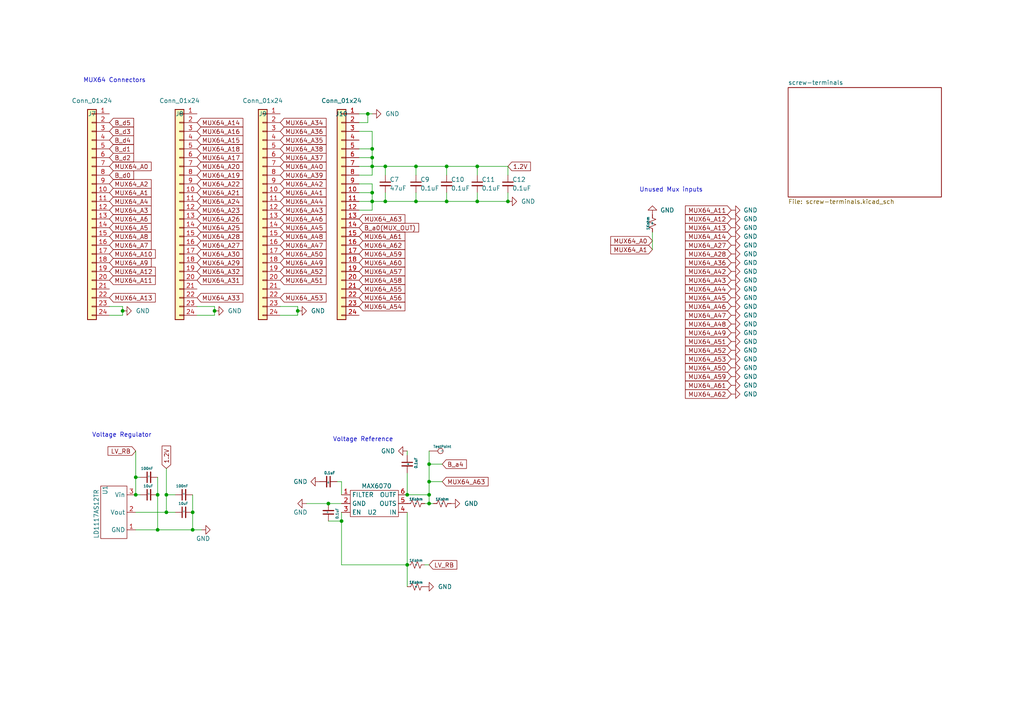
<source format=kicad_sch>
(kicad_sch (version 20211123) (generator eeschema)
  (paper "A4")
  (lib_symbols
    (symbol "Connector:TestPoint" (pin_numbers hide) (pin_names (offset 0.762) hide)
      (property "Reference" "TP" (at 0 6.858 0))
      (property "Value" "TestPoint" (at 0 5.08 0))
      (symbol "TestPoint_0_1"
        (circle (center 0 3.302) (radius 0.762))
      )
      (symbol "TestPoint_1_1"
        (pin passive line (at 0 0 90) (length 2.54) (name "1") (number "1"))
      )
    )
    (symbol "Connector_Generic:Conn_01x24" (pin_names (offset 1.016) hide)
      (property "Reference" "J" (at 0 30.48 0))
      (property "Value" "Conn_01x24" (at 0 -33.02 0))
      (symbol "Conn_01x24_1_1"
        (rectangle (start -1.27 -30.353) (end 0 -30.607) (stroke (width 0.1524)))
        (rectangle (start -1.27 -27.813) (end 0 -28.067) (stroke (width 0.1524)))
        (rectangle (start -1.27 -25.273) (end 0 -25.527) (stroke (width 0.1524)))
        (rectangle (start -1.27 -22.733) (end 0 -22.987) (stroke (width 0.1524)))
        (rectangle (start -1.27 -20.193) (end 0 -20.447) (stroke (width 0.1524)))
        (rectangle (start -1.27 -17.653) (end 0 -17.907) (stroke (width 0.1524)))
        (rectangle (start -1.27 -15.113) (end 0 -15.367) (stroke (width 0.1524)))
        (rectangle (start -1.27 -12.573) (end 0 -12.827) (stroke (width 0.1524)))
        (rectangle (start -1.27 -10.033) (end 0 -10.287) (stroke (width 0.1524)))
        (rectangle (start -1.27 -7.493) (end 0 -7.747) (stroke (width 0.1524)))
        (rectangle (start -1.27 -4.953) (end 0 -5.207) (stroke (width 0.1524)))
        (rectangle (start -1.27 -2.413) (end 0 -2.667) (stroke (width 0.1524)))
        (rectangle (start -1.27 0.127) (end 0 -0.127) (stroke (width 0.1524)))
        (rectangle (start -1.27 2.667) (end 0 2.413) (stroke (width 0.1524)))
        (rectangle (start -1.27 5.207) (end 0 4.953) (stroke (width 0.1524)))
        (rectangle (start -1.27 7.747) (end 0 7.493) (stroke (width 0.1524)))
        (rectangle (start -1.27 10.287) (end 0 10.033) (stroke (width 0.1524)))
        (rectangle (start -1.27 12.827) (end 0 12.573) (stroke (width 0.1524)))
        (rectangle (start -1.27 15.367) (end 0 15.113) (stroke (width 0.1524)))
        (rectangle (start -1.27 17.907) (end 0 17.653) (stroke (width 0.1524)))
        (rectangle (start -1.27 20.447) (end 0 20.193) (stroke (width 0.1524)))
        (rectangle (start -1.27 22.987) (end 0 22.733) (stroke (width 0.1524)))
        (rectangle (start -1.27 25.527) (end 0 25.273) (stroke (width 0.1524)))
        (rectangle (start -1.27 28.067) (end 0 27.813) (stroke (width 0.1524)))
        (rectangle (start -1.27 29.21) (end 1.27 -31.75) (stroke (width 0.254)) (fill (type background)))
        (pin passive line (at -5.08 27.94 0) (length 3.81) (name "Pin_1") (number "1"))
        (pin passive line (at -5.08 5.08 0) (length 3.81) (name "Pin_10") (number "10"))
        (pin passive line (at -5.08 2.54 0) (length 3.81) (name "Pin_11") (number "11"))
        (pin passive line (at -5.08 0 0) (length 3.81) (name "Pin_12") (number "12"))
        (pin passive line (at -5.08 -2.54 0) (length 3.81) (name "Pin_13") (number "13"))
        (pin passive line (at -5.08 -5.08 0) (length 3.81) (name "Pin_14") (number "14"))
        (pin passive line (at -5.08 -7.62 0) (length 3.81) (name "Pin_15") (number "15"))
        (pin passive line (at -5.08 -10.16 0) (length 3.81) (name "Pin_16") (number "16"))
        (pin passive line (at -5.08 -12.7 0) (length 3.81) (name "Pin_17") (number "17"))
        (pin passive line (at -5.08 -15.24 0) (length 3.81) (name "Pin_18") (number "18"))
        (pin passive line (at -5.08 -17.78 0) (length 3.81) (name "Pin_19") (number "19"))
        (pin passive line (at -5.08 25.4 0) (length 3.81) (name "Pin_2") (number "2"))
        (pin passive line (at -5.08 -20.32 0) (length 3.81) (name "Pin_20") (number "20"))
        (pin passive line (at -5.08 -22.86 0) (length 3.81) (name "Pin_21") (number "21"))
        (pin passive line (at -5.08 -25.4 0) (length 3.81) (name "Pin_22") (number "22"))
        (pin passive line (at -5.08 -27.94 0) (length 3.81) (name "Pin_23") (number "23"))
        (pin passive line (at -5.08 -30.48 0) (length 3.81) (name "Pin_24") (number "24"))
        (pin passive line (at -5.08 22.86 0) (length 3.81) (name "Pin_3") (number "3"))
        (pin passive line (at -5.08 20.32 0) (length 3.81) (name "Pin_4") (number "4"))
        (pin passive line (at -5.08 17.78 0) (length 3.81) (name "Pin_5") (number "5"))
        (pin passive line (at -5.08 15.24 0) (length 3.81) (name "Pin_6") (number "6"))
        (pin passive line (at -5.08 12.7 0) (length 3.81) (name "Pin_7") (number "7"))
        (pin passive line (at -5.08 10.16 0) (length 3.81) (name "Pin_8") (number "8"))
        (pin passive line (at -5.08 7.62 0) (length 3.81) (name "Pin_9") (number "9"))
      )
    )
    (symbol "Device:C_Small" (pin_numbers hide) (pin_names (offset 0.254) hide)
      (property "Reference" "C" (at 0.254 1.778 0))
      (property "Value" "C_Small" (at 0.254 -2.032 0))
      (symbol "C_Small_0_1"
        (polyline (pts (xy -1.524 -0.508) (xy 1.524 -0.508)) (stroke (width 0.3302)))
        (polyline (pts (xy -1.524 0.508) (xy 1.524 0.508)) (stroke (width 0.3048)))
      )
      (symbol "C_Small_1_1"
        (pin passive line (at 0 2.54 270) (length 2.032) (name "~") (number "1"))
        (pin passive line (at 0 -2.54 90) (length 2.032) (name "~") (number "2"))
      )
    )
    (symbol "Device:R_Small_US" (pin_numbers hide) (pin_names (offset 0.254) hide)
      (property "Reference" "R" (at 0.762 0.508 0))
      (property "Value" "R_Small_US" (at 0.762 -1.016 0))
      (symbol "R_Small_US_1_1"
        (polyline (pts (xy 0 0) (xy 1.016 -0.381) (xy 0 -0.762) (xy -1.016 -1.143) (xy 0 -1.524)))
        (polyline (pts (xy 0 1.524) (xy 1.016 1.143) (xy 0 0.762) (xy -1.016 0.381) (xy 0 0)))
        (pin passive line (at 0 2.54 270) (length 1.016) (name "~") (number "1"))
        (pin passive line (at 0 -2.54 90) (length 1.016) (name "~") (number "2"))
      )
    )
    (symbol "Reference_Voltage:MAX6070"
      (property "Reference" "U" (at 0 -5.08 0))
      (property "Value" "MAX6070" (at 0 5.08 0))
      (symbol "MAX6070_0_1"
        (rectangle (start -7.62 3.81) (end 6.35 -3.81))
      )
      (symbol "MAX6070_1_1"
        (pin input line (at -10.16 2.54 0) (length 2.54) (name "FILTER") (number "1"))
        (pin input line (at -10.16 0 0) (length 2.54) (name "GND") (number "2"))
        (pin input line (at -10.16 -2.54 0) (length 2.54) (name "EN") (number "3"))
        (pin input line (at 8.89 -2.54 180) (length 2.54) (name "IN") (number "4"))
        (pin input line (at 8.89 0 180) (length 2.54) (name "OUTS") (number "5"))
        (pin input line (at 8.89 2.54 180) (length 2.54) (name "OUTF") (number "6"))
      )
    )
    (symbol "Regulator_Linear:LD1117AS12TR"
      (property "Reference" "U" (at 6.35 -5.08 0))
      (property "Value" "LD1117AS12TR" (at 0 5.08 0))
      (symbol "LD1117AS12TR_0_1"
        (rectangle (start -7.62 3.81) (end 7.62 -3.81))
      )
      (symbol "LD1117AS12TR_1_1"
        (pin input line (at -5.08 -6.35 90) (length 2.54) (name "GND") (number "1"))
        (pin input line (at 0 -6.35 90) (length 2.54) (name "Vout") (number "2"))
        (pin input line (at 5.08 -6.35 90) (length 2.54) (name "Vin") (number "3"))
      )
    )
    (symbol "power:GND" (power) (pin_names (offset 0))
      (property "Value" "GND" (at 0 -3.81 0))
      (symbol "GND_0_1"
        (polyline (pts (xy 0 0) (xy 0 -1.27) (xy 1.27 -1.27) (xy 0 -2.54) (xy -1.27 -1.27) (xy 0 -1.27)))
      )
      (symbol "GND_1_1"
        (pin power_in line (at 0 0 270) (length 0) hide (name "GND") (number "1"))
      )
    )
  )
  (junction (at 48.26 143.51))
  (junction (at 107.95 48.26))
  (junction (at 118.11 143.51))
  (junction (at 111.76 48.26))
  (junction (at 55.88 153.67))
  (junction (at 45.72 153.67))
  (junction (at 39.37 138.43))
  (junction (at 124.46 146.05))
  (junction (at 55.88 148.59))
  (junction (at 39.37 143.51))
  (junction (at 147.32 58.42))
  (junction (at 111.76 58.42))
  (junction (at 86.36 90.17))
  (junction (at 107.95 45.72))
  (junction (at 99.06 151.13))
  (junction (at 120.65 58.42))
  (junction (at 107.95 58.42))
  (junction (at 124.46 139.7))
  (junction (at 45.72 143.51))
  (junction (at 107.95 55.88))
  (junction (at 138.43 58.42))
  (junction (at 138.43 48.26))
  (junction (at 129.54 58.42))
  (junction (at 62.23 90.17))
  (junction (at 124.46 143.51))
  (junction (at 106.68 33.02))
  (junction (at 35.56 90.17))
  (junction (at 95.25 146.05))
  (junction (at 107.95 43.18))
  (junction (at 120.65 48.26))
  (junction (at 48.26 148.59))
  (junction (at 124.46 134.62))
  (junction (at 129.54 48.26))
  (junction (at 118.11 163.83))
  (wire (pts (xy 129.54 55.88) (xy 129.54 58.42)))
  (wire (pts (xy 104.14 58.42) (xy 107.95 58.42)))
  (wire (pts (xy 111.76 55.88) (xy 111.76 58.42)))
  (wire (pts (xy 48.26 148.59) (xy 50.8 148.59)))
  (wire (pts (xy 39.37 148.59) (xy 48.26 148.59)))
  (wire (pts (xy 48.26 143.51) (xy 50.8 143.51)))
  (wire (pts (xy 104.14 33.02) (xy 106.68 33.02)))
  (wire (pts (xy 45.72 153.67) (xy 45.72 143.51)))
  (wire (pts (xy 39.37 138.43) (xy 40.64 138.43)))
  (wire (pts (xy 104.14 55.88) (xy 107.95 55.88)))
  (wire (pts (xy 31.75 91.44) (xy 35.56 91.44)))
  (wire (pts (xy 147.32 58.42) (xy 138.43 58.42)))
  (wire (pts (xy 35.56 88.9) (xy 35.56 90.17)))
  (wire (pts (xy 81.28 88.9) (xy 86.36 88.9)))
  (wire (pts (xy 129.54 48.26) (xy 138.43 48.26)))
  (wire (pts (xy 107.95 58.42) (xy 107.95 60.96)))
  (wire (pts (xy 118.11 130.81) (xy 118.11 132.08)))
  (wire (pts (xy 120.65 48.26) (xy 129.54 48.26)))
  (wire (pts (xy 124.46 130.81) (xy 124.46 134.62)))
  (wire (pts (xy 106.68 35.56) (xy 106.68 33.02)))
  (wire (pts (xy 40.64 143.51) (xy 39.37 143.51)))
  (wire (pts (xy 35.56 91.44) (xy 35.56 90.17)))
  (wire (pts (xy 99.06 139.7) (xy 97.79 139.7)))
  (wire (pts (xy 189.23 67.31) (xy 189.23 72.39)))
  (wire (pts (xy 48.26 135.89) (xy 48.26 143.51)))
  (wire (pts (xy 124.46 146.05) (xy 125.73 146.05)))
  (wire (pts (xy 106.68 33.02) (xy 107.95 33.02)))
  (wire (pts (xy 124.46 143.51) (xy 124.46 146.05)))
  (wire (pts (xy 55.88 143.51) (xy 55.88 148.59)))
  (wire (pts (xy 99.06 143.51) (xy 99.06 139.7)))
  (wire (pts (xy 120.65 48.26) (xy 120.65 50.8)))
  (wire (pts (xy 104.14 50.8) (xy 107.95 50.8)))
  (wire (pts (xy 129.54 58.42) (xy 120.65 58.42)))
  (wire (pts (xy 95.25 146.05) (xy 99.06 146.05)))
  (wire (pts (xy 124.46 139.7) (xy 128.27 139.7)))
  (wire (pts (xy 48.26 143.51) (xy 48.26 148.59)))
  (wire (pts (xy 99.06 163.83) (xy 118.11 163.83)))
  (wire (pts (xy 120.65 55.88) (xy 120.65 58.42)))
  (wire (pts (xy 39.37 138.43) (xy 39.37 143.51)))
  (wire (pts (xy 104.14 38.1) (xy 107.95 38.1)))
  (wire (pts (xy 118.11 137.16) (xy 118.11 143.51)))
  (wire (pts (xy 138.43 48.26) (xy 138.43 50.8)))
  (wire (pts (xy 81.28 91.44) (xy 86.36 91.44)))
  (wire (pts (xy 58.42 153.67) (xy 55.88 153.67)))
  (wire (pts (xy 55.88 153.67) (xy 55.88 148.59)))
  (wire (pts (xy 31.75 88.9) (xy 35.56 88.9)))
  (wire (pts (xy 86.36 91.44) (xy 86.36 90.17)))
  (wire (pts (xy 111.76 58.42) (xy 107.95 58.42)))
  (wire (pts (xy 99.06 163.83) (xy 99.06 151.13)))
  (wire (pts (xy 124.46 139.7) (xy 124.46 143.51)))
  (wire (pts (xy 138.43 55.88) (xy 138.43 58.42)))
  (wire (pts (xy 95.25 151.13) (xy 99.06 151.13)))
  (wire (pts (xy 107.95 45.72) (xy 107.95 48.26)))
  (wire (pts (xy 99.06 148.59) (xy 99.06 151.13)))
  (wire (pts (xy 107.95 48.26) (xy 107.95 50.8)))
  (wire (pts (xy 107.95 55.88) (xy 107.95 58.42)))
  (wire (pts (xy 111.76 50.8) (xy 111.76 48.26)))
  (wire (pts (xy 120.65 58.42) (xy 111.76 58.42)))
  (wire (pts (xy 138.43 48.26) (xy 147.32 48.26)))
  (wire (pts (xy 104.14 48.26) (xy 107.95 48.26)))
  (wire (pts (xy 118.11 143.51) (xy 124.46 143.51)))
  (wire (pts (xy 124.46 134.62) (xy 124.46 139.7)))
  (wire (pts (xy 111.76 48.26) (xy 120.65 48.26)))
  (wire (pts (xy 118.11 148.59) (xy 118.11 163.83)))
  (wire (pts (xy 107.95 38.1) (xy 107.95 43.18)))
  (wire (pts (xy 107.95 43.18) (xy 104.14 43.18)))
  (wire (pts (xy 147.32 55.88) (xy 147.32 58.42)))
  (wire (pts (xy 123.19 146.05) (xy 124.46 146.05)))
  (wire (pts (xy 147.32 50.8) (xy 147.32 48.26)))
  (wire (pts (xy 86.36 88.9) (xy 86.36 90.17)))
  (wire (pts (xy 104.14 53.34) (xy 107.95 53.34)))
  (wire (pts (xy 39.37 130.81) (xy 39.37 138.43)))
  (wire (pts (xy 57.15 88.9) (xy 62.23 88.9)))
  (wire (pts (xy 88.9 146.05) (xy 95.25 146.05)))
  (wire (pts (xy 104.14 45.72) (xy 107.95 45.72)))
  (wire (pts (xy 57.15 91.44) (xy 62.23 91.44)))
  (wire (pts (xy 124.46 134.62) (xy 128.27 134.62)))
  (wire (pts (xy 55.88 153.67) (xy 45.72 153.67)))
  (wire (pts (xy 45.72 138.43) (xy 45.72 143.51)))
  (wire (pts (xy 118.11 163.83) (xy 118.11 170.18)))
  (wire (pts (xy 107.95 53.34) (xy 107.95 55.88)))
  (wire (pts (xy 104.14 60.96) (xy 107.95 60.96)))
  (wire (pts (xy 124.46 163.83) (xy 123.19 163.83)))
  (wire (pts (xy 129.54 48.26) (xy 129.54 50.8)))
  (wire (pts (xy 62.23 91.44) (xy 62.23 90.17)))
  (wire (pts (xy 45.72 153.67) (xy 39.37 153.67)))
  (wire (pts (xy 104.14 35.56) (xy 106.68 35.56)))
  (wire (pts (xy 107.95 45.72) (xy 107.95 43.18)))
  (wire (pts (xy 62.23 88.9) (xy 62.23 90.17)))
  (wire (pts (xy 138.43 58.42) (xy 129.54 58.42)))
  (wire (pts (xy 111.76 48.26) (xy 107.95 48.26)))
  (text "Unused Mux inputs" (at 185.42 55.88 0) (effects (font (size 1.27 1.27)) (justify left bottom)))
  (text "Voltage Reference" (at 96.52 128.27 0) (effects (font (size 1.27 1.27)) (justify left bottom)))
  (text "Voltage Regulator" (at 26.67 127 0) (effects (font (size 1.27 1.27)) (justify left bottom)))
  (text "MUX64 Connectors" (at 24.13 24.13 0) (effects (font (size 1.27 1.27)) (justify left bottom)))
  (global_label "MUX64_A53" (shape input) (at 212.09 104.14 180) (property "Intersheet References" "${INTERSHEET_REFS}" (effects hide)))
  (global_label "MUX64_A11" (shape input) (at 31.75 81.28 0) (property "Intersheet References" "${INTERSHEET_REFS}" (effects hide)))
  (global_label "MUX64_A42" (shape input) (at 81.28 53.34 0) (property "Intersheet References" "${INTERSHEET_REFS}" (effects hide)))
  (global_label "MUX64_A52" (shape input) (at 212.09 101.6 180) (property "Intersheet References" "${INTERSHEET_REFS}" (effects hide)))
  (global_label "MUX64_A8" (shape input) (at 31.75 68.58 0) (property "Intersheet References" "${INTERSHEET_REFS}" (effects hide)))
  (global_label "MUX64_A36" (shape input) (at 212.09 76.2 180) (property "Intersheet References" "${INTERSHEET_REFS}" (effects hide)))
  (global_label "MUX64_A18" (shape input) (at 57.15 43.18 0) (property "Intersheet References" "${INTERSHEET_REFS}" (effects hide)))
  (global_label "MUX64_A39" (shape input) (at 81.28 50.8 0) (property "Intersheet References" "${INTERSHEET_REFS}" (effects hide)))
  (global_label "MUX64_A61" (shape input) (at 104.14 68.58 0) (property "Intersheet References" "${INTERSHEET_REFS}" (effects hide)))
  (global_label "MUX64_A55" (shape input) (at 104.14 83.82 0) (property "Intersheet References" "${INTERSHEET_REFS}" (effects hide)))
  (global_label "MUX64_A31" (shape input) (at 57.15 81.28 0) (property "Intersheet References" "${INTERSHEET_REFS}" (effects hide)))
  (global_label "B_d1" (shape input) (at 31.75 43.18 0) (property "Intersheet References" "${INTERSHEET_REFS}" (effects hide)))
  (global_label "MUX64_A20" (shape input) (at 57.15 48.26 0) (property "Intersheet References" "${INTERSHEET_REFS}" (effects hide)))
  (global_label "MUX64_A62" (shape input) (at 104.14 71.12 0) (property "Intersheet References" "${INTERSHEET_REFS}" (effects hide)))
  (global_label "MUX64_A59" (shape input) (at 104.14 73.66 0) (property "Intersheet References" "${INTERSHEET_REFS}" (effects hide)))
  (global_label "MUX64_A10" (shape input) (at 31.75 73.66 0) (property "Intersheet References" "${INTERSHEET_REFS}" (effects hide)))
  (global_label "LV_RB" (shape input) (at 124.46 163.83 0) (property "Intersheet References" "${INTERSHEET_REFS}" (effects hide)))
  (global_label "MUX64_A37" (shape input) (at 81.28 45.72 0) (property "Intersheet References" "${INTERSHEET_REFS}" (effects hide)))
  (global_label "MUX64_A63" (shape input) (at 104.14 63.5 0) (property "Intersheet References" "${INTERSHEET_REFS}" (effects hide)))
  (global_label "MUX64_A40" (shape input) (at 81.28 48.26 0) (property "Intersheet References" "${INTERSHEET_REFS}" (effects hide)))
  (global_label "1.2V" (shape input) (at 48.26 135.89 90) (property "Intersheet References" "${INTERSHEET_REFS}" (effects hide)))
  (global_label "MUX64_A47" (shape input) (at 81.28 71.12 0) (property "Intersheet References" "${INTERSHEET_REFS}" (effects hide)))
  (global_label "MUX64_A49" (shape input) (at 212.09 96.52 180) (property "Intersheet References" "${INTERSHEET_REFS}" (effects hide)))
  (global_label "LV_RB" (shape input) (at 39.37 130.81 180) (property "Intersheet References" "${INTERSHEET_REFS}" (effects hide)))
  (global_label "MUX64_A0" (shape input) (at 189.23 69.85 180) (property "Intersheet References" "${INTERSHEET_REFS}" (effects hide)))
  (global_label "MUX64_A1" (shape input) (at 189.23 72.39 180) (property "Intersheet References" "${INTERSHEET_REFS}" (effects hide)))
  (global_label "MUX64_A13" (shape input) (at 31.75 86.36 0) (property "Intersheet References" "${INTERSHEET_REFS}" (effects hide)))
  (global_label "MUX64_A50" (shape input) (at 81.28 73.66 0) (property "Intersheet References" "${INTERSHEET_REFS}" (effects hide)))
  (global_label "B_a4" (shape input) (at 128.27 134.62 0) (property "Intersheet References" "${INTERSHEET_REFS}" (effects hide)))
  (global_label "MUX64_A26" (shape input) (at 57.15 63.5 0) (property "Intersheet References" "${INTERSHEET_REFS}" (effects hide)))
  (global_label "MUX64_A5" (shape input) (at 31.75 66.04 0) (property "Intersheet References" "${INTERSHEET_REFS}" (effects hide)))
  (global_label "MUX64_A24" (shape input) (at 57.15 58.42 0) (property "Intersheet References" "${INTERSHEET_REFS}" (effects hide)))
  (global_label "MUX64_A7" (shape input) (at 31.75 71.12 0) (property "Intersheet References" "${INTERSHEET_REFS}" (effects hide)))
  (global_label "MUX64_A16" (shape input) (at 57.15 38.1 0) (property "Intersheet References" "${INTERSHEET_REFS}" (effects hide)))
  (global_label "MUX64_A48" (shape input) (at 81.28 68.58 0) (property "Intersheet References" "${INTERSHEET_REFS}" (effects hide)))
  (global_label "MUX64_A27" (shape input) (at 57.15 71.12 0) (property "Intersheet References" "${INTERSHEET_REFS}" (effects hide)))
  (global_label "B_a0(MUX_OUT)" (shape input) (at 104.14 66.04 0) (property "Intersheet References" "${INTERSHEET_REFS}" (effects hide)))
  (global_label "MUX64_A28" (shape input) (at 57.15 68.58 0) (property "Intersheet References" "${INTERSHEET_REFS}" (effects hide)))
  (global_label "B_d0" (shape input) (at 31.75 50.8 0) (property "Intersheet References" "${INTERSHEET_REFS}" (effects hide)))
  (global_label "MUX64_A38" (shape input) (at 81.28 43.18 0) (property "Intersheet References" "${INTERSHEET_REFS}" (effects hide)))
  (global_label "MUX64_A12" (shape input) (at 31.75 78.74 0) (property "Intersheet References" "${INTERSHEET_REFS}" (effects hide)))
  (global_label "MUX64_A6" (shape input) (at 31.75 63.5 0) (property "Intersheet References" "${INTERSHEET_REFS}" (effects hide)))
  (global_label "MUX64_A11" (shape input) (at 212.09 60.96 180) (property "Intersheet References" "${INTERSHEET_REFS}" (effects hide)))
  (global_label "MUX64_A14" (shape input) (at 212.09 68.58 180) (property "Intersheet References" "${INTERSHEET_REFS}" (effects hide)))
  (global_label "1.2V" (shape input) (at 147.32 48.26 0) (property "Intersheet References" "${INTERSHEET_REFS}" (effects hide)))
  (global_label "MUX64_A45" (shape input) (at 212.09 86.36 180) (property "Intersheet References" "${INTERSHEET_REFS}" (effects hide)))
  (global_label "MUX64_A49" (shape input) (at 81.28 76.2 0) (property "Intersheet References" "${INTERSHEET_REFS}" (effects hide)))
  (global_label "B_d4" (shape input) (at 31.75 40.64 0) (property "Intersheet References" "${INTERSHEET_REFS}" (effects hide)))
  (global_label "MUX64_A62" (shape input) (at 212.09 114.3 180) (property "Intersheet References" "${INTERSHEET_REFS}" (effects hide)))
  (global_label "MUX64_A51" (shape input) (at 212.09 99.06 180) (property "Intersheet References" "${INTERSHEET_REFS}" (effects hide)))
  (global_label "MUX64_A57" (shape input) (at 104.14 78.74 0) (property "Intersheet References" "${INTERSHEET_REFS}" (effects hide)))
  (global_label "MUX64_A42" (shape input) (at 212.09 78.74 180) (property "Intersheet References" "${INTERSHEET_REFS}" (effects hide)))
  (global_label "MUX64_A44" (shape input) (at 212.09 83.82 180) (property "Intersheet References" "${INTERSHEET_REFS}" (effects hide)))
  (global_label "MUX64_A50" (shape input) (at 212.09 106.68 180) (property "Intersheet References" "${INTERSHEET_REFS}" (effects hide)))
  (global_label "MUX64_A32" (shape input) (at 57.15 78.74 0) (property "Intersheet References" "${INTERSHEET_REFS}" (effects hide)))
  (global_label "MUX64_A4" (shape input) (at 31.75 58.42 0) (property "Intersheet References" "${INTERSHEET_REFS}" (effects hide)))
  (global_label "MUX64_A13" (shape input) (at 212.09 66.04 180) (property "Intersheet References" "${INTERSHEET_REFS}" (effects hide)))
  (global_label "MUX64_A9" (shape input) (at 31.75 76.2 0) (property "Intersheet References" "${INTERSHEET_REFS}" (effects hide)))
  (global_label "MUX64_A48" (shape input) (at 212.09 93.98 180) (property "Intersheet References" "${INTERSHEET_REFS}" (effects hide)))
  (global_label "MUX64_A52" (shape input) (at 81.28 78.74 0) (property "Intersheet References" "${INTERSHEET_REFS}" (effects hide)))
  (global_label "MUX64_A28" (shape input) (at 212.09 73.66 180) (property "Intersheet References" "${INTERSHEET_REFS}" (effects hide)))
  (global_label "MUX64_A36" (shape input) (at 81.28 38.1 0) (property "Intersheet References" "${INTERSHEET_REFS}" (effects hide)))
  (global_label "MUX64_A3" (shape input) (at 31.75 60.96 0) (property "Intersheet References" "${INTERSHEET_REFS}" (effects hide)))
  (global_label "MUX64_A29" (shape input) (at 57.15 76.2 0) (property "Intersheet References" "${INTERSHEET_REFS}" (effects hide)))
  (global_label "MUX64_A14" (shape input) (at 57.15 35.56 0) (property "Intersheet References" "${INTERSHEET_REFS}" (effects hide)))
  (global_label "MUX64_A41" (shape input) (at 81.28 55.88 0) (property "Intersheet References" "${INTERSHEET_REFS}" (effects hide)))
  (global_label "MUX64_A34" (shape input) (at 81.28 35.56 0) (property "Intersheet References" "${INTERSHEET_REFS}" (effects hide)))
  (global_label "MUX64_A46" (shape input) (at 212.09 88.9 180) (property "Intersheet References" "${INTERSHEET_REFS}" (effects hide)))
  (global_label "B_d3" (shape input) (at 31.75 38.1 0) (property "Intersheet References" "${INTERSHEET_REFS}" (effects hide)))
  (global_label "B_d2" (shape input) (at 31.75 45.72 0) (property "Intersheet References" "${INTERSHEET_REFS}" (effects hide)))
  (global_label "MUX64_A0" (shape input) (at 31.75 48.26 0) (property "Intersheet References" "${INTERSHEET_REFS}" (effects hide)))
  (global_label "MUX64_A22" (shape input) (at 57.15 53.34 0) (property "Intersheet References" "${INTERSHEET_REFS}" (effects hide)))
  (global_label "MUX64_A53" (shape input) (at 81.28 86.36 0) (property "Intersheet References" "${INTERSHEET_REFS}" (effects hide)))
  (global_label "MUX64_A63" (shape input) (at 128.27 139.7 0) (property "Intersheet References" "${INTERSHEET_REFS}" (effects hide)))
  (global_label "MUX64_A2" (shape input) (at 31.75 53.34 0) (property "Intersheet References" "${INTERSHEET_REFS}" (effects hide)))
  (global_label "MUX64_A46" (shape input) (at 81.28 63.5 0) (property "Intersheet References" "${INTERSHEET_REFS}" (effects hide)))
  (global_label "MUX64_A61" (shape input) (at 212.09 111.76 180) (property "Intersheet References" "${INTERSHEET_REFS}" (effects hide)))
  (global_label "MUX64_A23" (shape input) (at 57.15 60.96 0) (property "Intersheet References" "${INTERSHEET_REFS}" (effects hide)))
  (global_label "MUX64_A30" (shape input) (at 57.15 73.66 0) (property "Intersheet References" "${INTERSHEET_REFS}" (effects hide)))
  (global_label "MUX64_A54" (shape input) (at 104.14 88.9 0) (property "Intersheet References" "${INTERSHEET_REFS}" (effects hide)))
  (global_label "MUX64_A43" (shape input) (at 81.28 60.96 0) (property "Intersheet References" "${INTERSHEET_REFS}" (effects hide)))
  (global_label "MUX64_A15" (shape input) (at 57.15 40.64 0) (property "Intersheet References" "${INTERSHEET_REFS}" (effects hide)))
  (global_label "MUX64_A21" (shape input) (at 57.15 55.88 0) (property "Intersheet References" "${INTERSHEET_REFS}" (effects hide)))
  (global_label "MUX64_A44" (shape input) (at 81.28 58.42 0) (property "Intersheet References" "${INTERSHEET_REFS}" (effects hide)))
  (global_label "MUX64_A45" (shape input) (at 81.28 66.04 0) (property "Intersheet References" "${INTERSHEET_REFS}" (effects hide)))
  (global_label "MUX64_A33" (shape input) (at 57.15 86.36 0) (property "Intersheet References" "${INTERSHEET_REFS}" (effects hide)))
  (global_label "B_d5" (shape input) (at 31.75 35.56 0) (property "Intersheet References" "${INTERSHEET_REFS}" (effects hide)))
  (global_label "MUX64_A60" (shape input) (at 104.14 76.2 0) (property "Intersheet References" "${INTERSHEET_REFS}" (effects hide)))
  (global_label "MUX64_A19" (shape input) (at 57.15 50.8 0) (property "Intersheet References" "${INTERSHEET_REFS}" (effects hide)))
  (global_label "MUX64_A1" (shape input) (at 31.75 55.88 0) (property "Intersheet References" "${INTERSHEET_REFS}" (effects hide)))
  (global_label "MUX64_A17" (shape input) (at 57.15 45.72 0) (property "Intersheet References" "${INTERSHEET_REFS}" (effects hide)))
  (global_label "MUX64_A12" (shape input) (at 212.09 63.5 180) (property "Intersheet References" "${INTERSHEET_REFS}" (effects hide)))
  (global_label "MUX64_A56" (shape input) (at 104.14 86.36 0) (property "Intersheet References" "${INTERSHEET_REFS}" (effects hide)))
  (global_label "MUX64_A35" (shape input) (at 81.28 40.64 0) (property "Intersheet References" "${INTERSHEET_REFS}" (effects hide)))
  (global_label "MUX64_A43" (shape input) (at 212.09 81.28 180) (property "Intersheet References" "${INTERSHEET_REFS}" (effects hide)))
  (global_label "MUX64_A51" (shape input) (at 81.28 81.28 0) (property "Intersheet References" "${INTERSHEET_REFS}" (effects hide)))
  (global_label "MUX64_A58" (shape input) (at 104.14 81.28 0) (property "Intersheet References" "${INTERSHEET_REFS}" (effects hide)))
  (global_label "MUX64_A59" (shape input) (at 212.09 109.22 180) (property "Intersheet References" "${INTERSHEET_REFS}" (effects hide)))
  (global_label "MUX64_A27" (shape input) (at 212.09 71.12 180) (property "Intersheet References" "${INTERSHEET_REFS}" (effects hide)))
  (global_label "MUX64_A25" (shape input) (at 57.15 66.04 0) (property "Intersheet References" "${INTERSHEET_REFS}" (effects hide)))
  (global_label "MUX64_A47" (shape input) (at 212.09 91.44 180) (property "Intersheet References" "${INTERSHEET_REFS}" (effects hide)))
  (symbol (lib_id "power:GND") (at 212.09 60.96 90) (unit 1)
    (property "Reference" "#PWR?" (effects hide))
    (property "Value" "GND" (at 219.71 60.96 90) (effects (justify left)))
  )
  (symbol (lib_id "power:GND") (at 212.09 68.58 90) (unit 1)
    (property "Reference" "#PWR?" (effects hide))
    (property "Value" "GND" (at 219.71 68.58 90) (effects (justify left)))
  )
  (symbol (lib_id "power:GND") (at 212.09 73.66 90) (unit 1)
    (property "Reference" "#PWR?" (effects hide))
    (property "Value" "GND" (at 219.71 73.66 90) (effects (justify left)))
  )
  (symbol (lib_id "Connector_Generic:Conn_01x24") (at 99.06 60.96 0) (mirror y) (unit 1)
    (property "Reference" "J10" (at 99.06 33.02 0))
    (property "Value" "Conn_01x24" (at 99.06 29.21 0))
    (property "Footprint" "Connector_PinSocket_2.54mm:PinSocket_2x12_P2.54mm_Vertical" (effects hide))
  )
  (symbol (lib_id "power:GND") (at 62.23 90.17 90) (unit 1)
    (property "Reference" "#PWR0230" (effects hide))
    (property "Value" "GND" (at 66.04 90.1699 90) (effects (justify right)))
  )
  (symbol (lib_id "Reference_Voltage:MAX6070") (at 109.22 146.05 0) (unit 1)
    (property "Reference" "U2" (at 107.95 148.59 0))
    (property "Value" "MAX6070" (at 109.22 140.97 0))
    (property "Footprint" "Package_TO_SOT_SMD:SOT-23-6" (effects hide))
  )
  (symbol (lib_id "power:GND") (at 212.09 88.9 90) (unit 1)
    (property "Reference" "#PWR?" (effects hide))
    (property "Value" "GND" (at 219.71 88.9 90) (effects (justify left)))
  )
  (symbol (lib_id "power:GND") (at 212.09 104.14 90) (unit 1)
    (property "Reference" "#PWR?" (effects hide))
    (property "Value" "GND" (at 219.71 104.14 90) (effects (justify left)))
  )
  (symbol (lib_id "Connector_Generic:Conn_01x24") (at 26.67 60.96 0) (mirror y) (unit 1)
    (property "Reference" "J7" (at 26.67 33.02 0))
    (property "Value" "Conn_01x24" (at 26.67 29.21 0))
    (property "Footprint" "Connector_PinSocket_2.54mm:PinSocket_2x12_P2.54mm_Vertical" (effects hide))
  )
  (symbol (lib_id "power:GND") (at 212.09 109.22 90) (unit 1)
    (property "Reference" "#PWR?" (effects hide))
    (property "Value" "GND" (at 219.71 109.22 90) (effects (justify left)))
  )
  (symbol (lib_id "Device:R_Small_US") (at 120.65 163.83 90) (unit 1)
    (property "Reference" "R5" (at 120.65 163.83 90) (effects (font (size 0.25 0.25))))
    (property "Value" "1Kohm" (at 120.65 162.56 90) (effects (font (size 0.75 0.75))))
    (property "Footprint" "Resistor_SMD:R_0805_2012Metric" (effects hide))
  )
  (symbol (lib_id "Device:C_Small") (at 120.65 53.34 0) (unit 1)
    (property "Reference" "C9" (at 121.92 52.07 0) (effects (justify left)))
    (property "Value" "0.1uF" (at 121.92 54.61 0) (effects (justify left)))
    (property "Footprint" "Capacitor_SMD:C_0805_2012Metric" (effects hide))
  )
  (symbol (lib_id "power:GND") (at 118.11 130.81 270) (unit 1)
    (property "Reference" "#PWR0130" (effects hide))
    (property "Value" "GND" (at 110.49 130.81 90) (effects (justify left)))
  )
  (symbol (lib_id "power:GND") (at 212.09 99.06 90) (unit 1)
    (property "Reference" "#PWR?" (effects hide))
    (property "Value" "GND" (at 219.71 99.06 90) (effects (justify left)))
  )
  (symbol (lib_id "Device:C_Small") (at 147.32 53.34 0) (unit 1)
    (property "Reference" "C12" (at 148.59 52.07 0) (effects (justify left)))
    (property "Value" "0.1uF" (at 148.59 54.61 0) (effects (justify left)))
    (property "Footprint" "Capacitor_SMD:C_0805_2012Metric" (effects hide))
  )
  (symbol (lib_id "power:GND") (at 123.19 170.18 90) (unit 1)
    (property "Reference" "#PWR0125" (effects hide))
    (property "Value" "GND" (at 127 170.1799 90) (effects (justify right)))
  )
  (symbol (lib_id "power:GND") (at 212.09 106.68 90) (unit 1)
    (property "Reference" "#PWR?" (effects hide))
    (property "Value" "GND" (at 219.71 106.68 90) (effects (justify left)))
  )
  (symbol (lib_id "Device:C_Small") (at 53.34 143.51 90) (unit 1)
    (property "Reference" "C3" (at 53.34 143.51 0) (effects (font (size 0.25 0.25)) (justify left)))
    (property "Value" "100nF" (at 54.61 140.97 90) (effects (font (size 0.75 0.75)) (justify left)))
    (property "Footprint" "Capacitor_SMD:C_0805_2012Metric" (effects hide))
  )
  (symbol (lib_id "power:GND") (at 107.95 33.02 90) (unit 1)
    (property "Reference" "#PWR0129" (effects hide))
    (property "Value" "GND" (at 111.76 33.0199 90) (effects (justify right)))
  )
  (symbol (lib_id "Device:C_Small") (at 43.18 143.51 90) (unit 1)
    (property "Reference" "C2" (at 43.18 143.51 0) (effects (font (size 0.25 0.25)) (justify left)))
    (property "Value" "10uF" (at 44.45 140.97 90) (effects (font (size 0.75 0.75)) (justify left)))
    (property "Footprint" "Capacitor_SMD:C_0805_2012Metric" (effects hide))
  )
  (symbol (lib_id "power:GND") (at 88.9 146.05 270) (unit 1)
    (property "Reference" "#PWR0126" (effects hide))
    (property "Value" "GND" (at 85.09 148.59 90) (effects (justify left)))
  )
  (symbol (lib_id "Device:R_Small_US") (at 189.23 64.77 180) (unit 1)
    (property "Reference" "R23" (at 189.23 64.77 90) (effects (font (size 0.25 0.25))))
    (property "Value" "1Kohm" (at 187.96 64.77 90) (effects (font (size 0.75 0.75))))
    (property "Footprint" "Resistor_SMD:R_0805_2012Metric" (effects hide))
  )
  (symbol (lib_id "power:GND") (at 212.09 96.52 90) (unit 1)
    (property "Reference" "#PWR?" (effects hide))
    (property "Value" "GND" (at 219.71 96.52 90) (effects (justify left)))
  )
  (symbol (lib_id "Device:C_Small") (at 138.43 53.34 0) (unit 1)
    (property "Reference" "C11" (at 139.7 52.07 0) (effects (justify left)))
    (property "Value" "0.1uF" (at 139.7 54.61 0) (effects (justify left)))
    (property "Footprint" "Capacitor_SMD:C_0805_2012Metric" (effects hide))
  )
  (symbol (lib_id "Device:R_Small_US") (at 120.65 146.05 90) (unit 1)
    (property "Reference" "R4" (at 120.65 146.05 90) (effects (font (size 0.25 0.25))))
    (property "Value" "1Kohm" (at 120.65 144.78 90) (effects (font (size 0.75 0.75))))
    (property "Footprint" "Resistor_SMD:R_0805_2012Metric" (effects hide))
  )
  (symbol (lib_id "Connector_Generic:Conn_01x24") (at 76.2 60.96 0) (mirror y) (unit 1)
    (property "Reference" "J9" (at 76.2 33.02 0))
    (property "Value" "Conn_01x24" (at 76.2 29.21 0))
    (property "Footprint" "Connector_PinSocket_2.54mm:PinSocket_2x12_P2.54mm_Vertical" (effects hide))
  )
  (symbol (lib_id "power:GND") (at 212.09 71.12 90) (unit 1)
    (property "Reference" "#PWR?" (effects hide))
    (property "Value" "GND" (at 219.71 71.12 90) (effects (justify left)))
  )
  (symbol (lib_id "Device:C_Small") (at 53.34 148.59 90) (unit 1)
    (property "Reference" "C4" (at 53.34 148.59 0) (effects (font (size 0.25 0.25)) (justify left)))
    (property "Value" "10uF" (at 54.61 146.05 90) (effects (font (size 0.75 0.75)) (justify left)))
    (property "Footprint" "Capacitor_SMD:C_0805_2012Metric" (effects hide))
  )
  (symbol (lib_id "power:GND") (at 147.32 58.42 90) (unit 1)
    (property "Reference" "#PWR0229" (effects hide))
    (property "Value" "GND" (at 151.13 58.4199 90) (effects (justify right)))
  )
  (symbol (lib_id "power:GND") (at 189.23 62.23 180) (unit 1)
    (property "Reference" "#PWR0178" (effects hide))
    (property "Value" "GND" (at 195.58 60.96 0) (effects (justify left)))
  )
  (symbol (lib_id "power:GND") (at 212.09 66.04 90) (unit 1)
    (property "Reference" "#PWR?" (effects hide))
    (property "Value" "GND" (at 219.71 66.04 90) (effects (justify left)))
  )
  (symbol (lib_id "power:GND") (at 58.42 153.67 90) (unit 1)
    (property "Reference" "#PWR0128" (effects hide))
    (property "Value" "GND" (at 60.96 156.21 90) (effects (justify left)))
  )
  (symbol (lib_id "Connector_Generic:Conn_01x24") (at 52.07 60.96 0) (mirror y) (unit 1)
    (property "Reference" "J8" (at 52.07 33.02 0))
    (property "Value" "Conn_01x24" (at 52.07 29.21 0))
    (property "Footprint" "Connector_PinSocket_2.54mm:PinSocket_2x12_P2.54mm_Vertical" (effects hide))
  )
  (symbol (lib_id "power:GND") (at 130.81 146.05 90) (unit 1)
    (property "Reference" "#PWR0131" (effects hide))
    (property "Value" "GND" (at 134.62 146.0499 90) (effects (justify right)))
  )
  (symbol (lib_id "power:GND") (at 35.56 90.17 90) (unit 1)
    (property "Reference" "#PWR0231" (effects hide))
    (property "Value" "GND" (at 39.37 90.1699 90) (effects (justify right)))
  )
  (symbol (lib_id "power:GND") (at 92.71 139.7 270) (unit 1)
    (property "Reference" "#PWR0127" (effects hide))
    (property "Value" "GND" (at 85.09 139.7 90) (effects (justify left)))
  )
  (symbol (lib_id "power:GND") (at 86.36 90.17 90) (unit 1)
    (property "Reference" "#PWR0232" (effects hide))
    (property "Value" "GND" (at 90.17 90.1699 90) (effects (justify right)))
  )
  (symbol (lib_id "power:GND") (at 212.09 101.6 90) (unit 1)
    (property "Reference" "#PWR?" (effects hide))
    (property "Value" "GND" (at 219.71 101.6 90) (effects (justify left)))
  )
  (symbol (lib_id "Connector:TestPoint") (at 124.46 130.81 270) (unit 1)
    (property "Reference" "TP1" (at 128.27 130.81 90) (effects (font (size 0.25 0.25))))
    (property "Value" "TestPoint" (at 128.27 129.54 90) (effects (font (size 0.75 0.75))))
    (property "Footprint" "TestPoint:TestPoint_Pad_D2.5mm" (effects hide))
  )
  (symbol (lib_id "power:GND") (at 212.09 93.98 90) (unit 1)
    (property "Reference" "#PWR?" (effects hide))
    (property "Value" "GND" (at 219.71 93.98 90) (effects (justify left)))
  )
  (symbol (lib_id "power:GND") (at 212.09 83.82 90) (unit 1)
    (property "Reference" "#PWR?" (effects hide))
    (property "Value" "GND" (at 219.71 83.82 90) (effects (justify left)))
  )
  (symbol (lib_id "power:GND") (at 212.09 114.3 90) (unit 1)
    (property "Reference" "#PWR?" (effects hide))
    (property "Value" "GND" (at 219.71 114.3 90) (effects (justify left)))
  )
  (symbol (lib_id "Device:C_Small") (at 118.11 134.62 0) (unit 1)
    (property "Reference" "C8" (at 118.11 134.62 0) (effects (font (size 0.25 0.25)) (justify left)))
    (property "Value" "0.1uF" (at 120.65 135.89 90) (effects (font (size 0.75 0.75)) (justify left)))
    (property "Footprint" "Capacitor_SMD:C_0805_2012Metric" (effects hide))
  )
  (symbol (lib_id "Device:C_Small") (at 95.25 139.7 270) (unit 1)
    (property "Reference" "C5" (at 95.25 139.7 0) (effects (font (size 0.25 0.25)) (justify left)))
    (property "Value" "0.1uF" (at 93.98 137.16 90) (effects (font (size 0.75 0.75)) (justify left)))
    (property "Footprint" "Capacitor_SMD:C_0805_2012Metric" (effects hide))
  )
  (symbol (lib_id "Device:C_Small") (at 43.18 138.43 90) (unit 1)
    (property "Reference" "C1" (at 43.18 138.43 0) (effects (font (size 0.25 0.25)) (justify left)))
    (property "Value" "100nF" (at 44.45 135.89 90) (effects (font (size 0.75 0.75)) (justify left)))
    (property "Footprint" "Capacitor_SMD:C_0805_2012Metric" (effects hide))
  )
  (symbol (lib_id "power:GND") (at 212.09 91.44 90) (unit 1)
    (property "Reference" "#PWR?" (effects hide))
    (property "Value" "GND" (at 219.71 91.44 90) (effects (justify left)))
  )
  (symbol (lib_id "Device:C_Small") (at 95.25 148.59 180) (unit 1)
    (property "Reference" "C6" (at 95.25 148.59 0) (effects (font (size 0.25 0.25)) (justify left)))
    (property "Value" "0.1uF" (at 97.79 147.32 90) (effects (font (size 0.75 0.75)) (justify left)))
    (property "Footprint" "Capacitor_SMD:C_0805_2012Metric" (effects hide))
  )
  (symbol (lib_id "power:GND") (at 212.09 111.76 90) (unit 1)
    (property "Reference" "#PWR?" (effects hide))
    (property "Value" "GND" (at 219.71 111.76 90) (effects (justify left)))
  )
  (symbol (lib_id "power:GND") (at 212.09 86.36 90) (unit 1)
    (property "Reference" "#PWR?" (effects hide))
    (property "Value" "GND" (at 219.71 86.36 90) (effects (justify left)))
  )
  (symbol (lib_id "power:GND") (at 212.09 78.74 90) (unit 1)
    (property "Reference" "#PWR?" (effects hide))
    (property "Value" "GND" (at 219.71 78.74 90) (effects (justify left)))
  )
  (symbol (lib_id "Device:C_Small") (at 129.54 53.34 0) (unit 1)
    (property "Reference" "C10" (at 130.81 52.07 0) (effects (justify left)))
    (property "Value" "0.1uF" (at 130.81 54.61 0) (effects (justify left)))
    (property "Footprint" "Capacitor_SMD:C_0805_2012Metric" (effects hide))
  )
  (symbol (lib_id "power:GND") (at 212.09 81.28 90) (unit 1)
    (property "Reference" "#PWR?" (effects hide))
    (property "Value" "GND" (at 219.71 81.28 90) (effects (justify left)))
  )
  (symbol (lib_id "Regulator_Linear:LD1117AS12TR") (at 33.02 148.59 90) (unit 1)
    (property "Reference" "U1" (at 30.48 143.51 0) (effects (justify left)))
    (property "Value" "LD1117AS12TR" (at 27.94 156.21 0) (effects (justify left)))
    (property "Footprint" "Package_TO_SOT_SMD:SOT-223-3_TabPin2" (effects hide))
  )
  (symbol (lib_id "Device:R_Small_US") (at 120.65 170.18 90) (unit 1)
    (property "Reference" "R6" (at 120.65 170.18 90) (effects (font (size 0.25 0.25))))
    (property "Value" "1Kohm" (at 120.65 168.91 90) (effects (font (size 0.75 0.75))))
    (property "Footprint" "Resistor_SMD:R_0805_2012Metric" (effects hide))
  )
  (symbol (lib_id "power:GND") (at 212.09 63.5 90) (unit 1)
    (property "Reference" "#PWR?" (effects hide))
    (property "Value" "GND" (at 219.71 63.5 90) (effects (justify left)))
  )
  (symbol (lib_id "Device:R_Small_US") (at 128.27 146.05 90) (unit 1)
    (property "Reference" "R7" (at 128.27 146.05 90) (effects (font (size 0.25 0.25))))
    (property "Value" "1Kohm" (at 128.27 144.78 90) (effects (font (size 0.75 0.75))))
    (property "Footprint" "Resistor_SMD:R_0805_2012Metric" (effects hide))
  )
  (symbol (lib_id "Device:C_Small") (at 111.76 53.34 0) (unit 1)
    (property "Reference" "C7" (at 113.03 52.07 0) (effects (justify left)))
    (property "Value" "47uF" (at 113.03 54.61 0) (effects (justify left)))
    (property "Footprint" "Capacitor_SMD:C_0805_2012Metric" (effects hide))
  )
  (symbol (lib_id "power:GND") (at 212.09 76.2 90) (unit 1)
    (property "Reference" "#PWR?" (effects hide))
    (property "Value" "GND" (at 219.71 76.2 90) (effects (justify left)))
  )
  (sheet (at 228.6 25.4) (size 44.45 31.75) (stroke (width 0.1524))
    (property "Sheet name" "screw-terminals" (at 228.6 24.6884 0) (effects (justify left bottom)))
    (property "Sheet file" "screw-terminals.kicad_sch" (at 228.6 57.7346 0) (effects (justify left top)))
  )
)
</source>
